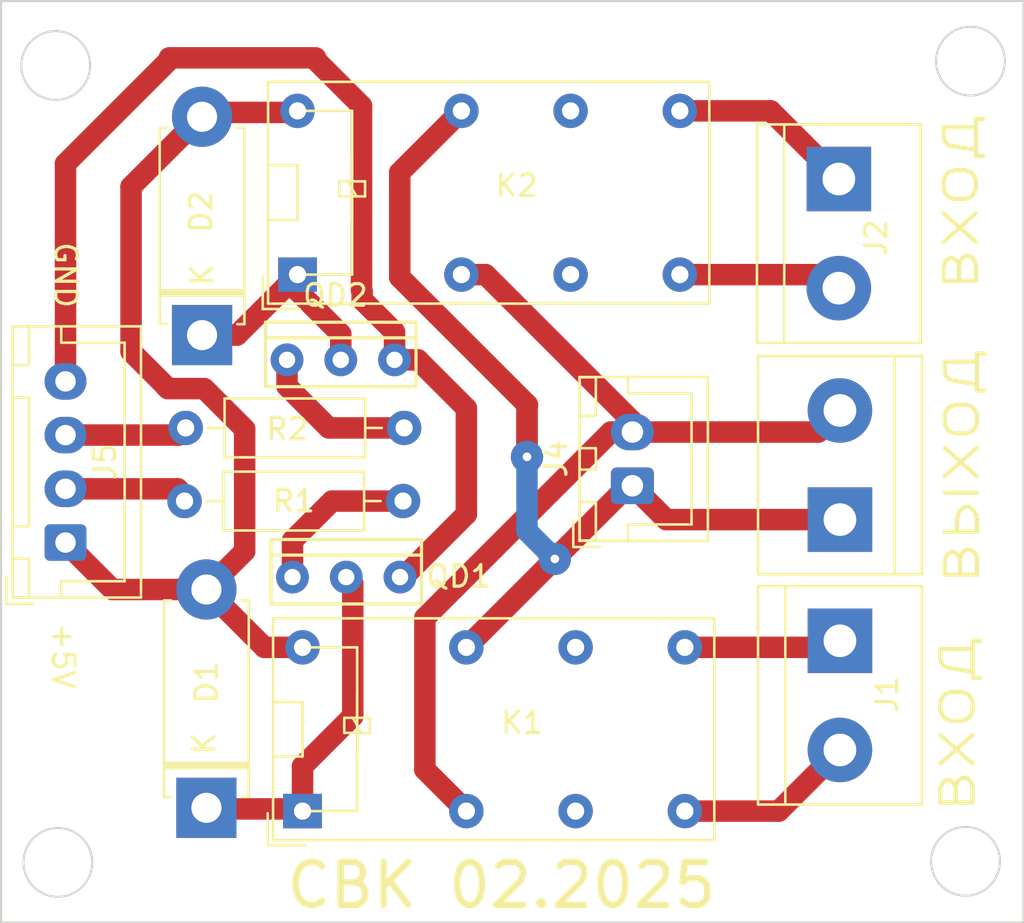
<source format=kicad_pcb>
(kicad_pcb (version 20211014) (generator pcbnew)
  (layers (0 "F.Cu" signal) (31 "B.Cu" signal) (34 "B.Paste" user) (35 "F.Paste" user) (36 "B.SilkS" user "B.Silkscreen") (37 "F.SilkS" user "F.Silkscreen") (38 "B.Mask" user) (39 "F.Mask" user) (44 "Edge.Cuts" user))
  (net 0 "")
  (net 5 "Net-(K1-Pad8)")
  (net 6 "VCC")
  (net 7 "Net-(K2-Pad8)")
  (net 8 "Net-(K1-Pad4)")
  (net 9 "Net-(K1-Pad5)")
  (net 10 "Net-(K2-Pad4)")
  (net 11 "Net-(K2-Pad5)")
  (net 12 "Net-(K1-Pad2)")
  (net 13 "Net-(K1-Pad7)")
  (net 14 "GNDREF")
  (net 15 "Net-(R1-Pad1)")
  (net 16 "Net-(J5-Pad3)")
  (net 17 "Net-(R1-Pad2)")
  (net 18 "Net-(R2-Pad2)")
  (footprint "Connector_JST:JST_XH_B2B-XH-A_1x02_P2.50mm_Vertical" (layer "F.Cu") (at 132.842 41.4528 90)
    (fp_text reference "J4" (at 1.25 -3.55 90) (layer "F.SilkS"))
    (fp_text value "Conn_01x02_Male")
    (fp_line (start 5.05 -2.45) (end 3.25 -2.45) (layer "F.SilkS") (width 0.12))
    (fp_line (start 5.06 3.51) (end 5.06 -2.46) (layer "F.SilkS") (width 0.12))
    (fp_line (start 3.25 -2.45) (end 3.25 -1.7) (layer "F.SilkS") (width 0.12))
    (fp_line (start -0.75 -1.7) (end -0.75 -2.45) (layer "F.SilkS") (width 0.12))
    (fp_line (start -2.55 -0.2) (end -1.8 -0.2) (layer "F.SilkS") (width 0.12))
    (fp_line (start 0.75 -2.45) (end 0.75 -1.7) (layer "F.SilkS") (width 0.12))
    (fp_line (start 0.75 -1.7) (end 1.75 -1.7) (layer "F.SilkS") (width 0.12))
    (fp_line (start 3.25 -1.7) (end 5.05 -1.7) (layer "F.SilkS") (width 0.12))
    (fp_line (start -2.56 -2.46) (end -2.56 3.51) (layer "F.SilkS") (width 0.12))
    (fp_line (start 4.3 2.75) (end 1.25 2.75) (layer "F.SilkS") (width 0.12))
    (fp_line (start -2.55 -1.7) (end -0.75 -1.7) (layer "F.SilkS") (width 0.12))
    (fp_line (start 5.06 -2.46) (end -2.56 -2.46) (layer "F.SilkS") (width 0.12))
    (fp_line (start -2.85 -2.75) (end -2.85 -1.5) (layer "F.SilkS") (width 0.12))
    (fp_line (start -0.75 -2.45) (end -2.55 -2.45) (layer "F.SilkS") (width 0.12))
    (fp_line (start 4.3 -0.2) (end 4.3 2.75) (layer "F.SilkS") (width 0.12))
    (fp_line (start -1.6 -2.75) (end -2.85 -2.75) (layer "F.SilkS") (width 0.12))
    (fp_line (start -1.8 2.75) (end 1.25 2.75) (layer "F.SilkS") (width 0.12))
    (fp_line (start 1.75 -1.7) (end 1.75 -2.45) (layer "F.SilkS") (width 0.12))
    (fp_line (start 5.05 -0.2) (end 4.3 -0.2) (layer "F.SilkS") (width 0.12))
    (fp_line (start -1.8 -0.2) (end -1.8 2.75) (layer "F.SilkS") (width 0.12))
    (fp_line (start 1.75 -2.45) (end 0.75 -2.45) (layer "F.SilkS") (width 0.12))
    (fp_line (start -2.55 -2.45) (end -2.55 -1.7) (layer "F.SilkS") (width 0.12))
    (fp_line (start -2.56 3.51) (end 5.06 3.51) (layer "F.SilkS") (width 0.12))
    (fp_line (start 5.05 -1.7) (end 5.05 -2.45) (layer "F.SilkS") (width 0.12))
    (pad "1" thru_hole roundrect (at 0 0 90) (size 1.7 2) (drill 1) (layers *.Cu *.Mask) (roundrect_rratio 0.147059) (net 12 "Net-(K1-Pad2)"))
    (pad "2" thru_hole oval (at 2.5 0 90) (size 1.7 2) (drill 1) (layers *.Cu *.Mask) (net 13 "Net-(K1-Pad7)"))
  )
  (footprint "Diode_THT:D_5W_P10.16mm_Horizontal" (layer "F.Cu") (at 113.03 56.4388 90)
    (fp_text reference "D1" (at 5.842 0 90) (layer "F.SilkS"))
    (fp_text value "N4007")
    (fp_text user "K" (at 2.9972 -0.1016 90) (layer "F.SilkS"))
    (fp_line (start 0.51 -1.64) (end 0.51 -1.97) (layer "F.SilkS") (width 0.12))
    (fp_line (start 0.51 -1.97) (end 9.65 -1.97) (layer "F.SilkS") (width 0.12))
    (fp_line (start 1.965 -1.97) (end 1.965 1.97) (layer "F.SilkS") (width 0.12))
    (fp_line (start 9.65 1.97) (end 9.65 1.64) (layer "F.SilkS") (width 0.12))
    (fp_line (start 0.51 1.97) (end 9.65 1.97) (layer "F.SilkS") (width 0.12))
    (fp_line (start 1.845 -1.97) (end 1.845 1.97) (layer "F.SilkS") (width 0.12))
    (fp_line (start 2.085 -1.97) (end 2.085 1.97) (layer "F.SilkS") (width 0.12))
    (fp_line (start 9.65 -1.97) (end 9.65 -1.64) (layer "F.SilkS") (width 0.12))
    (fp_line (start 0.51 1.64) (end 0.51 1.97) (layer "F.SilkS") (width 0.12))
    (pad "1" thru_hole rect (at 0 0 90) (size 2.8 2.8) (drill 1.4) (layers *.Cu *.Mask) (net 5 "Net-(K1-Pad8)"))
    (pad "2" thru_hole oval (at 10.16 0 90) (size 2.8 2.8) (drill 1.4) (layers *.Cu *.Mask) (net 6 "VCC"))
  )
  (footprint "Connector_JST:JST_XH_B4B-XH-A_1x04_P2.50mm_Vertical" (layer "F.Cu") (at 106.4768 44.0944 90)
    (fp_text reference "J5" (at 3.7592 1.8288 90) (layer "F.SilkS"))
    (fp_text value "Conn_01x04_Male")
    (fp_line (start -2.55 -2.45) (end -2.55 -1.7) (layer "F.SilkS") (width 0.12))
    (fp_line (start 8.25 -2.45) (end 8.25 -1.7) (layer "F.SilkS") (width 0.12))
    (fp_line (start 0.75 -1.7) (end 6.75 -1.7) (layer "F.SilkS") (width 0.12))
    (fp_line (start -1.6 -2.75) (end -2.85 -2.75) (layer "F.SilkS") (width 0.12))
    (fp_line (start 10.05 -0.2) (end 9.3 -0.2) (layer "F.SilkS") (width 0.12))
    (fp_line (start 10.05 -2.45) (end 8.25 -2.45) (layer "F.SilkS") (width 0.12))
    (fp_line (start 10.06 -2.46) (end -2.56 -2.46) (layer "F.SilkS") (width 0.12))
    (fp_line (start 10.06 3.51) (end 10.06 -2.46) (layer "F.SilkS") (width 0.12))
    (fp_line (start -0.75 -2.45) (end -2.55 -2.45) (layer "F.SilkS") (width 0.12))
    (fp_line (start -2.56 -2.46) (end -2.56 3.51) (layer "F.SilkS") (width 0.12))
    (fp_line (start -1.8 -0.2) (end -1.8 2.75) (layer "F.SilkS") (width 0.12))
    (fp_line (start -2.56 3.51) (end 10.06 3.51) (layer "F.SilkS") (width 0.12))
    (fp_line (start 10.05 -1.7) (end 10.05 -2.45) (layer "F.SilkS") (width 0.12))
    (fp_line (start 0.75 -2.45) (end 0.75 -1.7) (layer "F.SilkS") (width 0.12))
    (fp_line (start -2.55 -1.7) (end -0.75 -1.7) (layer "F.SilkS") (width 0.12))
    (fp_line (start -0.75 -1.7) (end -0.75 -2.45) (layer "F.SilkS") (width 0.12))
    (fp_line (start 8.25 -1.7) (end 10.05 -1.7) (layer "F.SilkS") (width 0.12))
    (fp_line (start 6.75 -1.7) (end 6.75 -2.45) (layer "F.SilkS") (width 0.12))
    (fp_line (start -1.8 2.75) (end 3.75 2.75) (layer "F.SilkS") (width 0.12))
    (fp_line (start -2.55 -0.2) (end -1.8 -0.2) (layer "F.SilkS") (width 0.12))
    (fp_line (start 6.75 -2.45) (end 0.75 -2.45) (layer "F.SilkS") (width 0.12))
    (fp_line (start -2.85 -2.75) (end -2.85 -1.5) (layer "F.SilkS") (width 0.12))
    (fp_line (start 9.3 2.75) (end 3.75 2.75) (layer "F.SilkS") (width 0.12))
    (fp_line (start 9.3 -0.2) (end 9.3 2.75) (layer "F.SilkS") (width 0.12))
    (pad "1" thru_hole roundrect (at 0 0 90) (size 1.7 1.95) (drill 0.95) (layers *.Cu *.Mask) (roundrect_rratio 0.147059) (net 6 "VCC"))
    (pad "2" thru_hole oval (at 2.5 0 90) (size 1.7 1.95) (drill 0.95) (layers *.Cu *.Mask) (net 15 "Net-(R1-Pad1)"))
    (pad "3" thru_hole oval (at 5 0 90) (size 1.7 1.95) (drill 0.95) (layers *.Cu *.Mask) (net 16 "Net-(J5-Pad3)"))
    (pad "4" thru_hole oval (at 7.5 0 90) (size 1.7 1.95) (drill 0.95) (layers *.Cu *.Mask) (net 14 "GNDREF"))
  )
  (footprint "Diode_THT:D_5W_P10.16mm_Horizontal" (layer "F.Cu") (at 112.8268 34.4424 90)
    (fp_text reference "D2" (at 5.7404 -0.0508 90) (layer "F.SilkS"))
    (fp_text value "N4007")
    (fp_text user "K" (at 2.794 0 90) (layer "F.SilkS"))
    (fp_line (start 1.965 -1.97) (end 1.965 1.97) (layer "F.SilkS") (width 0.12))
    (fp_line (start 1.845 -1.97) (end 1.845 1.97) (layer "F.SilkS") (width 0.12))
    (fp_line (start 9.65 1.97) (end 9.65 1.64) (layer "F.SilkS") (width 0.12))
    (fp_line (start 2.085 -1.97) (end 2.085 1.97) (layer "F.SilkS") (width 0.12))
    (fp_line (start 0.51 1.64) (end 0.51 1.97) (layer "F.SilkS") (width 0.12))
    (fp_line (start 0.51 -1.64) (end 0.51 -1.97) (layer "F.SilkS") (width 0.12))
    (fp_line (start 0.51 -1.97) (end 9.65 -1.97) (layer "F.SilkS") (width 0.12))
    (fp_line (start 0.51 1.97) (end 9.65 1.97) (layer "F.SilkS") (width 0.12))
    (fp_line (start 9.65 -1.97) (end 9.65 -1.64) (layer "F.SilkS") (width 0.12))
    (pad "1" thru_hole rect (at 0 0 90) (size 2.8 2.8) (drill 1.4) (layers *.Cu *.Mask) (net 7 "Net-(K2-Pad8)"))
    (pad "2" thru_hole oval (at 10.16 0 90) (size 2.8 2.8) (drill 1.4) (layers *.Cu *.Mask) (net 6 "VCC"))
  )
  (footprint "Library:Relay_HUE_KE_HK19F" (layer "F.Cu") (at 117.2681 31.6267)
    (fp_text reference "K2" (at 10.1891 -4.1439) (layer "F.SilkS"))
    (fp_text value "HK19F")
    (fp_line (start -1.37 1.35) (end -1.37 -8.97) (layer "F.SilkS") (width 0.12))
    (fp_line (start 1.94 -4.34) (end 1.94 -3.64) (layer "F.SilkS") (width 0.12))
    (fp_line (start 19.15 -8.97) (end 19.15 1.35) (layer "F.SilkS") (width 0.12))
    (fp_line (start -1.37 -8.97) (end 19.15 -8.97) (layer "F.SilkS") (width 0.12))
    (fp_line (start -1.37 -5.08) (end 0 -5.08) (layer "F.SilkS") (width 0.12))
    (fp_line (start 2.54 -3.64) (end 2.54 -2.54) (layer "F.SilkS") (width 0.12))
    (fp_line (start 19.15 1.35) (end -1.37 1.35) (layer "F.SilkS") (width 0.12))
    (fp_line (start 2.54 -5.44) (end 2.54 -2.54) (layer "F.SilkS") (width 0.12))
    (fp_line (start 0 -5.08) (end 0 -2.54) (layer "F.SilkS") (width 0.12))
    (fp_line (start 0 -7.62) (end 2.54 -7.62) (layer "F.SilkS") (width 0.12))
    (fp_line (start 0 -2.54) (end 0 -5.08) (layer "F.SilkS") (width 0.12))
    (fp_line (start 1.94 -3.64) (end 3.14 -3.64) (layer "F.SilkS") (width 0.12))
    (fp_line (start 0.1 1.6) (end -1.62 1.6) (layer "F.SilkS") (width 0.12))
    (fp_line (start 3.14 -3.64) (end 3.14 -4.34) (layer "F.SilkS") (width 0.12))
    (fp_line (start 0 -2.54) (end -1.37 -2.54) (layer "F.SilkS") (width 0.12))
    (fp_line (start 3.14 -4.34) (end 1.94 -4.34) (layer "F.SilkS") (width 0.12))
    (fp_line (start 2.74 -3.64) (end 2.34 -4.34) (layer "F.SilkS") (width 0.12))
    (fp_line (start -1.62 1.6) (end -1.62 0.1) (layer "F.SilkS") (width 0.12))
    (fp_line (start 2.54 0) (end 0 0) (layer "F.SilkS") (width 0.12))
    (fp_line (start 2.54 -7.62) (end 2.54 -5.44) (layer "F.SilkS") (width 0.12))
    (fp_line (start 2.54 -4.34) (end 2.54 -5.44) (layer "F.SilkS") (width 0.12))
    (fp_line (start 2.54 -2.54) (end 2.54 0) (layer "F.SilkS") (width 0.12))
    (pad "1" thru_hole circle (at 0 -7.62 90) (size 1.6 1.6) (drill 0.8) (layers *.Cu *.Mask) (net 6 "VCC"))
    (pad "2" thru_hole circle (at 7.62 -7.62 90) (size 1.6 1.6) (drill 0.8) (layers *.Cu *.Mask) (net 12 "Net-(K1-Pad2)"))
    (pad "3" thru_hole circle (at 12.7 -7.62 90) (size 1.6 1.6) (drill 0.8) (layers *.Cu *.Mask))
    (pad "4" thru_hole circle (at 17.78 -7.62 180) (size 1.6 1.6) (drill 0.8) (layers *.Cu *.Mask) (net 10 "Net-(K2-Pad4)"))
    (pad "5" thru_hole circle (at 17.78 0 90) (size 1.6 1.6) (drill 0.8) (layers *.Cu *.Mask) (net 11 "Net-(K2-Pad5)"))
    (pad "6" thru_hole circle (at 12.7 0 90) (size 1.6 1.6) (drill 0.8) (layers *.Cu *.Mask))
    (pad "7" thru_hole circle (at 7.62 0 90) (size 1.6 1.6) (drill 0.8) (layers *.Cu *.Mask) (net 13 "Net-(K1-Pad7)"))
    (pad "8" thru_hole rect (at 0 0 90) (size 1.6 1.8) (drill 0.8) (layers *.Cu *.Mask) (net 7 "Net-(K2-Pad8)"))
  )
  (footprint "Library:кт-315" (layer "F.Cu") (at 119.5324 43.9519 180)
    (fp_text reference "QD1" (at -5.2324 -1.7173) (layer "F.SilkS"))
    (fp_text value "kt315")
    (fp_line (start 3.5 -3) (end 3.5 0) (layer "F.SilkS") (width 0.15))
    (fp_line (start 3.5 -0.726) (end -3.5 -0.726) (layer "F.SilkS") (width 0.15))
    (fp_line (start -3.5 0) (end 3.5 0) (layer "F.SilkS") (width 0.15))
    (fp_line (start -3.5 -3) (end -3.5 0) (layer "F.SilkS") (width 0.15))
    (fp_line (start 3.5 -3) (end -3.5 -3) (layer "F.SilkS") (width 0.15))
    (pad "1" thru_hole circle (at -2.5 -1.75 180) (size 1.524 1.524) (drill 0.762) (layers *.Cu *.Mask) (net 14 "GNDREF"))
    (pad "2" thru_hole circle (at 0 -1.75 180) (size 1.524 1.524) (drill 0.762) (layers *.Cu *.Mask) (net 5 "Net-(K1-Pad8)"))
    (pad "3" thru_hole circle (at 2.5 -1.75 180) (size 1.524 1.524) (drill 0.762) (layers *.Cu *.Mask) (net 17 "Net-(R1-Pad2)"))
  )
  (footprint "TerminalBlock:TerminalBlock_bornier-2_P5.08mm" (layer "F.Cu") (at 142.494 48.6664 -90)
    (fp_text reference "J1" (at 2.4892 -2.1844 90) (layer "F.SilkS"))
    (fp_text value "Screw_Terminal_01x02")
    (fp_line (start -2.54 -3.81) (end -2.54 3.81) (layer "F.SilkS") (width 0.12))
    (fp_line (start -2.54 3.81) (end 7.62 3.81) (layer "F.SilkS") (width 0.12))
    (fp_line (start 7.62 2.54) (end -2.54 2.54) (layer "F.SilkS") (width 0.12))
    (fp_line (start 7.62 -3.81) (end -2.54 -3.81) (layer "F.SilkS") (width 0.12))
    (fp_line (start 7.62 3.81) (end 7.62 -3.81) (layer "F.SilkS") (width 0.12))
    (pad "1" thru_hole rect (at 0 0 270) (size 3 3) (drill 1.52) (layers *.Cu *.Mask) (net 8 "Net-(K1-Pad4)"))
    (pad "2" thru_hole circle (at 5.08 0 270) (size 3 3) (drill 1.52) (layers *.Cu *.Mask) (net 9 "Net-(K1-Pad5)"))
  )
  (footprint "Library:Relay_HUE_KE_HK19F" (layer "F.Cu") (at 117.5004 56.5912)
    (fp_text reference "K1" (at 10.2108 -4.1148) (layer "F.SilkS"))
    (fp_text value "HK19F")
    (fp_line (start 0 -7.62) (end 2.54 -7.62) (layer "F.SilkS") (width 0.12))
    (fp_line (start 2.54 0) (end 0 0) (layer "F.SilkS") (width 0.12))
    (fp_line (start 1.94 -4.34) (end 1.94 -3.64) (layer "F.SilkS") (width 0.12))
    (fp_line (start 1.94 -3.64) (end 3.14 -3.64) (layer "F.SilkS") (width 0.12))
    (fp_line (start 3.14 -4.34) (end 1.94 -4.34) (layer "F.SilkS") (width 0.12))
    (fp_line (start 0 -2.54) (end -1.37 -2.54) (layer "F.SilkS") (width 0.12))
    (fp_line (start 2.54 -5.44) (end 2.54 -2.54) (layer "F.SilkS") (width 0.12))
    (fp_line (start 0 -2.54) (end 0 -5.08) (layer "F.SilkS") (width 0.12))
    (fp_line (start 2.54 -7.62) (end 2.54 -5.44) (layer "F.SilkS") (width 0.12))
    (fp_line (start 19.15 1.35) (end -1.37 1.35) (layer "F.SilkS") (width 0.12))
    (fp_line (start 3.14 -3.64) (end 3.14 -4.34) (layer "F.SilkS") (width 0.12))
    (fp_line (start 2.54 -2.54) (end 2.54 0) (layer "F.SilkS") (width 0.12))
    (fp_line (start -1.37 -8.97) (end 19.15 -8.97) (layer "F.SilkS") (width 0.12))
    (fp_line (start -1.37 1.35) (end -1.37 -8.97) (layer "F.SilkS") (width 0.12))
    (fp_line (start 2.54 -4.34) (end 2.54 -5.44) (layer "F.SilkS") (width 0.12))
    (fp_line (start 2.74 -3.64) (end 2.34 -4.34) (layer "F.SilkS") (width 0.12))
    (fp_line (start 0 -5.08) (end 0 -2.54) (layer "F.SilkS") (width 0.12))
    (fp_line (start 19.15 -8.97) (end 19.15 1.35) (layer "F.SilkS") (width 0.12))
    (fp_line (start 2.54 -3.64) (end 2.54 -2.54) (layer "F.SilkS") (width 0.12))
    (fp_line (start -1.62 1.6) (end -1.62 0.1) (layer "F.SilkS") (width 0.12))
    (fp_line (start -1.37 -5.08) (end 0 -5.08) (layer "F.SilkS") (width 0.12))
    (fp_line (start 0.1 1.6) (end -1.62 1.6) (layer "F.SilkS") (width 0.12))
    (pad "1" thru_hole circle (at 0 -7.62 90) (size 1.6 1.6) (drill 0.8) (layers *.Cu *.Mask) (net 6 "VCC"))
    (pad "2" thru_hole circle (at 7.62 -7.62 90) (size 1.6 1.6) (drill 0.8) (layers *.Cu *.Mask) (net 12 "Net-(K1-Pad2)"))
    (pad "3" thru_hole circle (at 12.7 -7.62 90) (size 1.6 1.6) (drill 0.8) (layers *.Cu *.Mask))
    (pad "4" thru_hole circle (at 17.78 -7.62 180) (size 1.6 1.6) (drill 0.8) (layers *.Cu *.Mask) (net 8 "Net-(K1-Pad4)"))
    (pad "5" thru_hole circle (at 17.78 0 90) (size 1.6 1.6) (drill 0.8) (layers *.Cu *.Mask) (net 9 "Net-(K1-Pad5)"))
    (pad "6" thru_hole circle (at 12.7 0 90) (size 1.6 1.6) (drill 0.8) (layers *.Cu *.Mask))
    (pad "7" thru_hole circle (at 7.62 0 90) (size 1.6 1.6) (drill 0.8) (layers *.Cu *.Mask) (net 13 "Net-(K1-Pad7)"))
    (pad "8" thru_hole rect (at 0 0 90) (size 1.6 1.8) (drill 0.8) (layers *.Cu *.Mask) (net 5 "Net-(K1-Pad8)"))
  )
  (footprint "Resistor_THT:R_Axial_DIN0207_L6.3mm_D2.5mm_P10.16mm_Horizontal" (layer "F.Cu") (at 112.0648 38.7604)
    (fp_text reference "R2" (at 4.7244 0.0508) (layer "F.SilkS"))
    (fp_text value "1K")
    (fp_line (start 8.35 -1.37) (end 1.81 -1.37) (layer "F.SilkS") (width 0.12))
    (fp_line (start 8.35 1.37) (end 8.35 -1.37) (layer "F.SilkS") (width 0.12))
    (fp_line (start 1.81 1.37) (end 8.35 1.37) (layer "F.SilkS") (width 0.12))
    (fp_line (start 1.81 -1.37) (end 1.81 1.37) (layer "F.SilkS") (width 0.12))
    (fp_line (start 9.12 0) (end 8.35 0) (layer "F.SilkS") (width 0.12))
    (fp_line (start 1.04 0) (end 1.81 0) (layer "F.SilkS") (width 0.12))
    (pad "1" thru_hole circle (at 0 0) (size 1.6 1.6) (drill 0.8) (layers *.Cu *.Mask) (net 16 "Net-(J5-Pad3)"))
    (pad "2" thru_hole oval (at 10.16 0) (size 1.6 1.6) (drill 0.8) (layers *.Cu *.Mask) (net 18 "Net-(R2-Pad2)"))
  )
  (footprint "Library:кт-315" (layer "F.Cu") (at 119.2784 33.8427 180)
    (fp_text reference "QD2" (at 0.25 1.25) (layer "F.SilkS"))
    (fp_text value "kt315")
    (fp_line (start 3.5 -3) (end -3.5 -3) (layer "F.SilkS") (width 0.15))
    (fp_line (start -3.5 0) (end 3.5 0) (layer "F.SilkS") (width 0.15))
    (fp_line (start -3.5 -3) (end -3.5 0) (layer "F.SilkS") (width 0.15))
    (fp_line (start 3.5 -0.726) (end -3.5 -0.726) (layer "F.SilkS") (width 0.15))
    (fp_line (start 3.5 -3) (end 3.5 0) (layer "F.SilkS") (width 0.15))
    (pad "1" thru_hole circle (at -2.5 -1.75 180) (size 1.524 1.524) (drill 0.762) (layers *.Cu *.Mask) (net 14 "GNDREF"))
    (pad "2" thru_hole circle (at 0 -1.75 180) (size 1.524 1.524) (drill 0.762) (layers *.Cu *.Mask) (net 7 "Net-(K2-Pad8)"))
    (pad "3" thru_hole circle (at 2.5 -1.75 180) (size 1.524 1.524) (drill 0.762) (layers *.Cu *.Mask) (net 18 "Net-(R2-Pad2)"))
  )
  (footprint "TerminalBlock:TerminalBlock_bornier-2_P5.08mm" (layer "F.Cu") (at 142.494 43.0276 90)
    (fp_text reference "ВЫХОД" (at 2.4892 5.6896 90) (layer "F.SilkS") (effects (font (size 1.5 2) (thickness 0.2))))
    (fp_text value "Screw_Terminal_01x02")
    (fp_line (start -2.54 -3.81) (end -2.54 3.81) (layer "F.SilkS") (width 0.12))
    (fp_line (start -2.54 3.81) (end 7.62 3.81) (layer "F.SilkS") (width 0.12))
    (fp_line (start 7.62 -3.81) (end -2.54 -3.81) (layer "F.SilkS") (width 0.12))
    (fp_line (start 7.62 3.81) (end 7.62 -3.81) (layer "F.SilkS") (width 0.12))
    (fp_line (start 7.62 2.54) (end -2.54 2.54) (layer "F.SilkS") (width 0.12))
    (pad "1" thru_hole rect (at 0 0 90) (size 3 3) (drill 1.52) (layers *.Cu *.Mask) (net 12 "Net-(K1-Pad2)"))
    (pad "2" thru_hole circle (at 5.08 0 90) (size 3 3) (drill 1.52) (layers *.Cu *.Mask) (net 13 "Net-(K1-Pad7)"))
  )
  (footprint "TerminalBlock:TerminalBlock_bornier-2_P5.08mm" (layer "F.Cu") (at 142.4432 27.178 -90)
    (fp_text reference "J2" (at 2.7432 -1.7272 90) (layer "F.SilkS"))
    (fp_text value "Screw_Terminal_01x02")
    (fp_line (start -2.54 3.81) (end 7.62 3.81) (layer "F.SilkS") (width 0.12))
    (fp_line (start 7.62 -3.81) (end -2.54 -3.81) (layer "F.SilkS") (width 0.12))
    (fp_line (start 7.62 3.81) (end 7.62 -3.81) (layer "F.SilkS") (width 0.12))
    (fp_line (start 7.62 2.54) (end -2.54 2.54) (layer "F.SilkS") (width 0.12))
    (fp_line (start -2.54 -3.81) (end -2.54 3.81) (layer "F.SilkS") (width 0.12))
    (pad "1" thru_hole rect (at 0 0 270) (size 3 3) (drill 1.52) (layers *.Cu *.Mask) (net 10 "Net-(K2-Pad4)"))
    (pad "2" thru_hole circle (at 5.08 0 270) (size 3 3) (drill 1.52) (layers *.Cu *.Mask) (net 11 "Net-(K2-Pad5)"))
  )
  (footprint "Resistor_THT:R_Axial_DIN0207_L6.3mm_D2.5mm_P10.16mm_Horizontal" (layer "F.Cu") (at 112.014 42.164)
    (fp_text reference "R1" (at 5.08 0) (layer "F.SilkS"))
    (fp_text value "1K")
    (fp_line (start 8.35 1.37) (end 8.35 -1.37) (layer "F.SilkS") (width 0.12))
    (fp_line (start 1.04 0) (end 1.81 0) (layer "F.SilkS") (width 0.12))
    (fp_line (start 8.35 -1.37) (end 1.81 -1.37) (layer "F.SilkS") (width 0.12))
    (fp_line (start 9.12 0) (end 8.35 0) (layer "F.SilkS") (width 0.12))
    (fp_line (start 1.81 1.37) (end 8.35 1.37) (layer "F.SilkS") (width 0.12))
    (fp_line (start 1.81 -1.37) (end 1.81 1.37) (layer "F.SilkS") (width 0.12))
    (pad "1" thru_hole circle (at 0 0) (size 1.6 1.6) (drill 0.8) (layers *.Cu *.Mask) (net 15 "Net-(R1-Pad1)"))
    (pad "2" thru_hole oval (at 10.16 0) (size 1.6 1.6) (drill 0.8) (layers *.Cu *.Mask) (net 17 "Net-(R1-Pad2)"))
  )
  (gr_circle (center 148.336 58.928) (end 149.936 58.928) (layer "Edge.Cuts") (width 0.1) (fill none))
  (gr_circle (center 106.1212 58.9788) (end 107.7212 58.9788) (layer "Edge.Cuts") (width 0.1) (fill none))
  (gr_rect (start 151.0284 18.8976) (end 103.4796 61.7728) (layer "Edge.Cuts") (width 0.1) (fill none))
  (gr_circle (center 148.5648 21.6916) (end 150.1648 21.6916) (layer "Edge.Cuts") (width 0.1) (fill none))
  (gr_circle (center 106.0196 21.8948) (end 107.6196 21.8948) (layer "Edge.Cuts") (width 0.1) (fill none))
  (gr_text "+5V" (at 106.3752 49.3776 -90) (layer "F.SilkS") (effects (font (size 1 1))))
  (gr_text "GND" (at 106.4768 31.6484 -90) (layer "F.SilkS") (effects (font (size 1 1))))
  (gr_text "СВК 02.2025" (at 126.746 60.0456) (layer "F.SilkS") (effects (font (size 2 2) (thickness 0.3))))
  (gr_text "ВХОД" (at 148.1328 28.2448 90) (layer "F.SilkS") (effects (font (size 1.5 2) (thickness 0.2))))
  (gr_text "ВХОД" (at 147.9804 52.5272 90) (layer "F.SilkS") (effects (font (size 1.5 2) (thickness 0.2))))
  (segment (start 119.8372 52.1716) (end 119.8372 46.0067) (width 1) (layer "F.Cu") (net 5))
  (segment (start 117.5004 56.5912) (end 117.5004 54.5084) (width 1) (layer "F.Cu") (net 5))
  (segment (start 119.8372 46.0067) (end 119.5324 45.7019) (width 1) (layer "F.Cu") (net 5))
  (segment (start 113.03 56.4388) (end 113.0808 56.4896) (width 1) (layer "F.Cu") (net 5))
  (segment (start 113.0808 56.4896) (end 117.3988 56.4896) (width 1) (layer "F.Cu") (net 5))
  (segment (start 117.5004 54.5084) (end 119.8372 52.1716) (width 1) (layer "F.Cu") (net 5))
  (segment (start 117.3988 56.4896) (end 117.5004 56.5912) (width 1) (layer "F.Cu") (net 5))
  (segment (start 109.5248 27.5336) (end 109.5248 35.2044) (width 1) (layer "F.Cu") (net 6))
  (segment (start 117.5004 48.9712) (end 115.7224 48.9712) (width 1) (layer "F.Cu") (net 6))
  (segment (start 112.776 24.2824) (end 109.5248 27.5336) (width 1) (layer "F.Cu") (net 6))
  (segment (start 114.808 38.8112) (end 114.808 44.5008) (width 1) (layer "F.Cu") (net 6))
  (segment (start 109.5248 35.2044) (end 111.252 36.9316) (width 1) (layer "F.Cu") (net 6))
  (segment (start 115.7224 48.9712) (end 113.03 46.2788) (width 1) (layer "F.Cu") (net 6))
  (segment (start 114.808 44.5008) (end 113.03 46.2788) (width 1) (layer "F.Cu") (net 6))
  (segment (start 106.426 44.0944) (end 106.4768 44.0944) (width 1) (layer "F.Cu") (net 6))
  (segment (start 112.8268 24.2824) (end 112.776 24.2824) (width 1) (layer "F.Cu") (net 6))
  (segment (start 108.6612 46.2788) (end 106.4768 44.0944) (width 1) (layer "F.Cu") (net 6))
  (segment (start 112.9284 36.9316) (end 114.808 38.8112) (width 1) (layer "F.Cu") (net 6))
  (segment (start 113.03 24.0792) (end 112.8268 24.2824) (width 1) (layer "F.Cu") (net 6))
  (segment (start 117.2681 24.0067) (end 117.1956 24.0792) (width 1) (layer "F.Cu") (net 6))
  (segment (start 111.1332 36.83) (end 111.2348 36.9316) (width 1) (layer "F.Cu") (net 6))
  (segment (start 117.1956 24.0792) (end 113.03 24.0792) (width 1) (layer "F.Cu") (net 6))
  (segment (start 113.03 46.2788) (end 108.6612 46.2788) (width 1) (layer "F.Cu") (net 6))
  (segment (start 111.2348 36.9316) (end 112.9284 36.9316) (width 1) (layer "F.Cu") (net 6))
  (segment (start 119.2784 35.5927) (end 119.2784 34.3916) (width 1) (layer "F.Cu") (net 7))
  (segment (start 112.8268 34.4424) (end 114.4524 34.4424) (width 1) (layer "F.Cu") (net 7))
  (segment (start 117.2681 32.3813) (end 117.2681 31.6267) (width 1) (layer "F.Cu") (net 7))
  (segment (start 119.2784 34.3916) (end 117.2681 32.3813) (width 1) (layer "F.Cu") (net 7))
  (segment (start 114.4524 34.4424) (end 117.2681 31.6267) (width 1) (layer "F.Cu") (net 7))
  (segment (start 142.1892 48.9712) (end 142.494 48.6664) (width 1) (layer "F.Cu") (net 8))
  (segment (start 135.2804 48.9712) (end 142.1892 48.9712) (width 1) (layer "F.Cu") (net 8))
  (segment (start 135.2804 56.5912) (end 139.6492 56.5912) (width 1) (layer "F.Cu") (net 9))
  (segment (start 139.6492 56.5912) (end 142.494 53.7464) (width 1) (layer "F.Cu") (net 9))
  (segment (start 135.0481 24.0067) (end 139.2719 24.0067) (width 1) (layer "F.Cu") (net 10))
  (segment (start 139.2719 24.0067) (end 142.4432 27.178) (width 1) (layer "F.Cu") (net 10))
  (segment (start 141.8119 31.6267) (end 142.4432 32.258) (width 1) (layer "F.Cu") (net 11))
  (segment (start 135.0481 31.6267) (end 141.8119 31.6267) (width 1) (layer "F.Cu") (net 11))
  (segment (start 132.842 41.4528) (end 134.4168 43.0276) (width 1) (layer "F.Cu") (net 12))
  (segment (start 127.9398 40.1066) (end 127.9398 37.6682) (width 1) (layer "F.Cu") (net 12))
  (segment (start 127.9398 37.719) (end 127.9652 37.6936) (width 1) (layer "F.Cu") (net 12))
  (segment (start 127.9398 37.6682) (end 122.0216 31.75) (width 1) (layer "F.Cu") (net 12))
  (segment (start 132.6388 41.4528) (end 132.842 41.4528) (width 1) (layer "F.Cu") (net 12))
  (segment (start 122.0216 31.75) (end 122.0216 26.8732) (width 1) (layer "F.Cu") (net 12))
  (segment (start 134.4168 43.0276) (end 142.494 43.0276) (width 1) (layer "F.Cu") (net 12))
  (segment (start 127.9398 40.1066) (end 127.9398 37.719) (width 1) (layer "F.Cu") (net 12))
  (segment (start 129.2352 44.8564) (end 132.6388 41.4528) (width 1) (layer "F.Cu") (net 12))
  (segment (start 125.1204 48.9712) (end 129.2352 44.8564) (width 1) (layer "F.Cu") (net 12))
  (segment (start 122.0216 26.8732) (end 124.8881 24.0067) (width 1) (layer "F.Cu") (net 12))
  (via (at 129.2352 44.8564) (size 1.5) (drill 0.4) (layers "F.Cu" "B.Cu") (net 12))
  (via (at 127.9398 40.1066) (size 1.5) (drill 0.4) (layers "F.Cu" "B.Cu") (net 12))
  (segment (start 129.2352 44.8564) (end 127.9398 43.561) (width 1) (layer "B.Cu") (net 12))
  (segment (start 127.9398 43.561) (end 127.9398 40.1066) (width 1) (layer "B.Cu") (net 12))
  (segment (start 141.4888 38.9528) (end 142.494 37.9476) (width 1) (layer "F.Cu") (net 13))
  (segment (start 141.8444 37.7844) (end 142.494 37.1348) (width 1) (layer "F.Cu") (net 13))
  (segment (start 124.8881 31.6267) (end 126.0131 31.6267) (width 1) (layer "F.Cu") (net 13))
  (segment (start 125.1204 56.5912) (end 123.19 54.6608) (width 1) (layer "F.Cu") (net 13))
  (segment (start 123.19 54.6608) (end 123.19 47.5996) (width 1) (layer "F.Cu") (net 13))
  (segment (start 126.0131 31.6267) (end 132.842 38.4556) (width 1) (layer "F.Cu") (net 13))
  (segment (start 131.8368 38.9528) (end 132.842 38.9528) (width 1) (layer "F.Cu") (net 13))
  (segment (start 123.19 47.5996) (end 131.8368 38.9528) (width 1) (layer "F.Cu") (net 13))
  (segment (start 132.842 38.4556) (end 132.842 38.9528) (width 1) (layer "F.Cu") (net 13))
  (segment (start 132.842 38.9528) (end 141.4888 38.9528) (width 1) (layer "F.Cu") (net 13))
  (segment (start 142.494 37.9476) (end 142.494 37.1348) (width 1) (layer "F.Cu") (net 13))
  (segment (start 132.648497 38.9528) (end 132.842 38.9528) (width 1) (layer "F.Cu") (net 13))
  (segment (start 125.1204 37.846) (end 125.1204 42.7736) (width 1) (layer "F.Cu") (net 14))
  (segment (start 120.273744 32.389744) (end 120.273744 32.796144) (width 1) (layer "F.Cu") (net 14))
  (segment (start 120.2436 23.7744) (end 120.2436 32.3596) (width 1) (layer "F.Cu") (net 14))
  (segment (start 125.1204 42.7736) (end 122.1921 45.7019) (width 1) (layer "F.Cu") (net 14))
  (segment (start 120.273744 32.796144) (end 121.7784 34.3008) (width 1) (layer "F.Cu") (net 14))
  (segment (start 122.1921 45.7019) (end 122.0324 45.7019) (width 1) (layer "F.Cu") (net 14))
  (segment (start 111.3028 21.5392) (end 118.11 21.5392) (width 1) (layer "F.Cu") (net 14))
  (segment (start 121.7784 34.3008) (end 121.7784 35.5927) (width 1) (layer "F.Cu") (net 14))
  (segment (start 106.4768 36.5944) (end 106.4768 26.4668) (width 1) (layer "F.Cu") (net 14))
  (segment (start 106.4768 26.4668) (end 111.3028 21.6408) (width 1) (layer "F.Cu") (net 14))
  (segment (start 122.8671 35.5927) (end 125.1204 37.846) (width 1) (layer "F.Cu") (net 14))
  (segment (start 118.11 21.6408) (end 120.2436 23.7744) (width 1) (layer "F.Cu") (net 14))
  (segment (start 121.7784 35.5927) (end 122.8671 35.5927) (width 1) (layer "F.Cu") (net 14))
  (segment (start 106.4768 41.5944) (end 111.6984 41.5944) (width 1) (layer "F.Cu") (net 15))
  (segment (start 111.6984 41.5944) (end 112.014 41.91) (width 1) (layer "F.Cu") (net 15))
  (segment (start 111.7308 39.0944) (end 112.0648 38.7604) (width 1) (layer "F.Cu") (net 16))
  (segment (start 106.4768 39.0944) (end 111.7308 39.0944) (width 1) (layer "F.Cu") (net 16))
  (segment (start 117.0324 45.7019) (end 117.0324 44.0036) (width 1) (layer "F.Cu") (net 17))
  (segment (start 118.872 42.164) (end 122.174 42.164) (width 1) (layer "F.Cu") (net 17))
  (segment (start 117.0324 44.0036) (end 118.872 42.164) (width 1) (layer "F.Cu") (net 17))
  (segment (start 118.7196 38.7604) (end 116.7784 36.8192) (width 1) (layer "F.Cu") (net 18))
  (segment (start 116.7784 36.8192) (end 116.7784 35.5927) (width 1) (layer "F.Cu") (net 18))
  (segment (start 122.2248 38.7604) (end 118.7196 38.7604) (width 1) (layer "F.Cu") (net 18))
)
</source>
